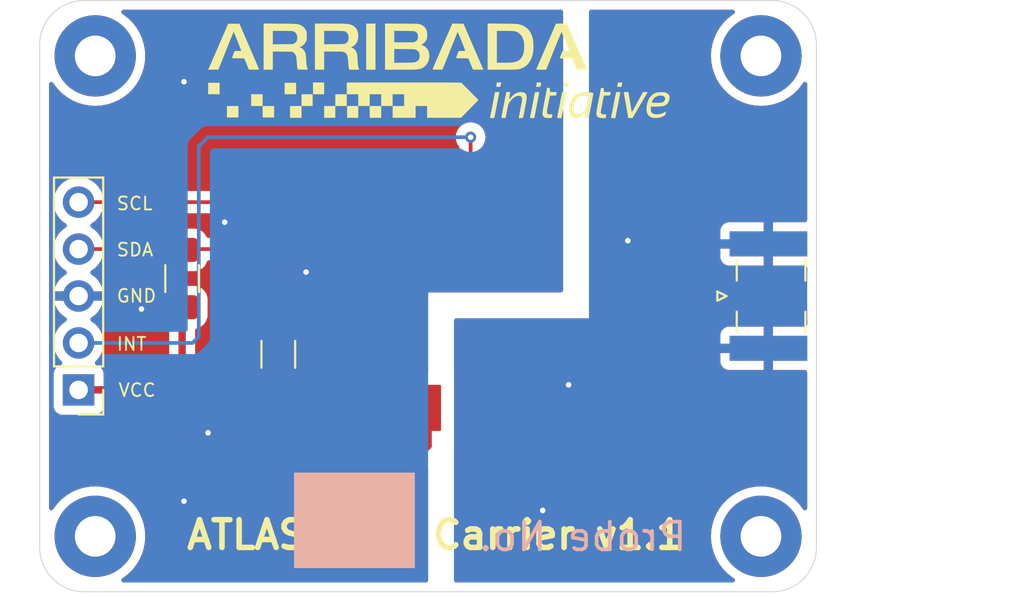
<source format=kicad_pcb>
(kicad_pcb (version 20240108) (generator "pcbnew") (generator_version "8.0")
  (title_block (comment 4 "AISLER Project ID: BTADKFQE"))
  (layers (0 "F.Cu" signal) (31 "B.Cu" signal) (34 "B.Paste" user) (35 "F.Paste" user) (36 "B.SilkS" user "B.Silkscreen") (37 "F.SilkS" user "F.Silkscreen") (38 "B.Mask" user) (39 "F.Mask" user) (44 "Edge.Cuts" user))
  (net 0 "")
  (net 1 "/INT")
  (net 2 "/SCL")
  (net 3 "/SDA")
  (net 4 "GND")
  (net 5 "+3V3")
  (net 6 "/PRB_GND")
  (net 7 "/PRB")
  (footprint "Connector_PinHeader_2.54mm:PinHeader_1x05_P2.54mm_Vertical" (layer "F.Cu") (at 191.9 90.875 180)
    (property "Reference" "J2" (hide yes))
    (property "Value" "Conn_01x05" (hide yes))
    (fp_line (start 1.33 1.27) (end 1.33 11.49) (stroke (width 0.12)) (layer "F.SilkS"))
    (fp_line (start -1.33 11.49) (end 1.33 11.49) (stroke (width 0.12)) (layer "F.SilkS"))
    (fp_line (start -1.33 1.27) (end 1.33 1.27) (stroke (width 0.12)) (layer "F.SilkS"))
    (fp_line (start -1.33 1.27) (end -1.33 11.49) (stroke (width 0.12)) (layer "F.SilkS"))
    (fp_line (start -1.33 0) (end -1.33 -1.33) (stroke (width 0.12)) (layer "F.SilkS"))
    (fp_line (start -1.33 -1.33) (end 0 -1.33) (stroke (width 0.12)) (layer "F.SilkS"))
    (pad "1" thru_hole rect (at 0 0 180) (size 1.7 1.7) (drill 1) (layers "*.Cu" "*.Mask") (net 5 "+3V3"))
    (pad "2" thru_hole oval (at 0 2.54 180) (size 1.7 1.7) (drill 1) (layers "*.Cu" "*.Mask") (net 1 "/INT"))
    (pad "3" thru_hole oval (at 0 5.08 180) (size 1.7 1.7) (drill 1) (layers "*.Cu" "*.Mask") (net 4 "GND"))
    (pad "4" thru_hole oval (at 0 7.62 180) (size 1.7 1.7) (drill 1) (layers "*.Cu" "*.Mask") (net 3 "/SDA"))
    (pad "5" thru_hole oval (at 0 10.16 180) (size 1.7 1.7) (drill 1) (layers "*.Cu" "*.Mask") (net 2 "/SCL"))
  )
  (footprint "Connector_Coaxial:SMA_Samtec_SMA-J-P-X-ST-EM1_EdgeMount" (layer "F.Cu") (at 229.2 85.8 90)
    (property "Reference" "J1" (hide yes))
    (property "Value" "Conn_Coaxial")
    (fp_line (start 0.25 -2.76) (end -0.25 -2.76) (stroke (width 0.12)) (layer "F.SilkS"))
    (fp_line (start -0.25 -2.76) (end 0 -2.26) (stroke (width 0.12)) (layer "F.SilkS"))
    (fp_line (start 0 -2.26) (end 0.25 -2.76) (stroke (width 0.12)) (layer "F.SilkS"))
    (fp_line (start 0.84 -1.71) (end 1.95 -1.71) (stroke (width 0.12)) (layer "F.SilkS"))
    (fp_line (start -1.95 -1.71) (end -0.84 -1.71) (stroke (width 0.12)) (layer "F.SilkS"))
    (fp_line (start 0.84 2) (end 1.95 2) (stroke (width 0.12)) (layer "F.SilkS"))
    (fp_line (start -1.95 2) (end -0.84 2) (stroke (width 0.12)) (layer "F.SilkS"))
    (pad "1" smd rect (at 0 0.2 90) (size 1.27 3.6) (layers "F.Cu" "F.Paste" "F.Mask") (net 7 "/PRB"))
    (pad "2" smd rect (at -2.825 0 90) (size 1.35 4.2) (layers "F.Cu" "F.Paste" "F.Mask") (net 6 "/PRB_GND"))
    (pad "2" smd rect (at -2.825 0 90) (size 1.35 4.2) (layers "B.Cu" "B.Paste" "B.Mask") (net 6 "/PRB_GND"))
    (pad "2" smd rect (at 2.825 0 90) (size 1.35 4.2) (layers "F.Cu" "F.Paste" "F.Mask") (net 6 "/PRB_GND"))
    (pad "2" smd rect (at 2.825 0 90) (size 1.35 4.2) (layers "B.Cu" "B.Paste" "B.Mask") (net 6 "/PRB_GND"))
  )
  (footprint "Resistor_SMD:R_1206_3216Metric_Pad1.30x1.75mm_HandSolder" (layer "F.Cu") (at 197.5 84.85 90)
    (property "Reference" "R1" (hide yes))
    (property "Value" "R")
    (fp_line (start -0.727064 -0.91) (end 0.727064 -0.91) (stroke (width 0.12)) (layer "F.SilkS"))
    (fp_line (start -0.727064 0.91) (end 0.727064 0.91) (stroke (width 0.12)) (layer "F.SilkS"))
    (pad "1" smd roundrect (at -1.55 0 90) (size 1.3 1.75) (layers "F.Cu" "F.Paste" "F.Mask") (roundrect_rratio 0.192308) (net 5 "+3V3"))
    (pad "2" smd roundrect (at 1.55 0 90) (size 1.3 1.75) (layers "F.Cu" "F.Paste" "F.Mask") (roundrect_rratio 0.192308) (net 3 "/SDA"))
  )
  (footprint "LOGO" (layer "F.Cu") (at 211.4 73.6)
    (property "Reference" "G***" (hide yes))
    (property "Value" "LOGO" (hide yes))
    (fp_poly (pts (xy -11.872863 0.964993) (xy -11.872863 1.275169) (xy -12.183039 1.275169) (xy -12.493215 1.275169) (xy -12.493215 0.964993) (xy -12.493215 0.654817) (xy -12.183039 0.654817) (xy -11.872863 0.654817)) (fill solid) (layer "F.SilkS"))
    (fp_poly (pts (xy -10.856173 2.222931) (xy -10.856173 2.533107) (xy -11.16635 2.533107) (xy -11.476526 2.533107) (xy -11.476526 2.222931) (xy -11.476526 1.912754) (xy -11.16635 1.912754) (xy -10.856173 1.912754)) (fill solid) (layer "F.SilkS"))
    (fp_poly (pts (xy -9.54654 1.593962) (xy -9.54654 1.912754) (xy -9.856716 1.912754) (xy -10.166893 1.912754) (xy -10.166893 1.593962) (xy -10.166893 1.275169) (xy -9.856716 1.275169) (xy -9.54654 1.275169)) (fill solid) (layer "F.SilkS"))
    (fp_poly (pts (xy -8.926187 2.222931) (xy -8.926187 2.533107) (xy -9.236363 2.533107) (xy -9.54654 2.533107) (xy -9.54654 2.222931) (xy -9.54654 1.912754) (xy -9.236363 1.912754) (xy -8.926187 1.912754)) (fill solid) (layer "F.SilkS"))
    (fp_poly (pts (xy -7.737178 0.964993) (xy -7.737178 1.275169) (xy -8.047354 1.275169) (xy -8.35753 1.275169) (xy -8.35753 0.964993) (xy -8.35753 0.654817) (xy -8.047354 0.654817) (xy -7.737178 0.654817)) (fill solid) (layer "F.SilkS"))
    (fp_poly (pts (xy -6.22076 0.956377) (xy -6.22076 1.275169) (xy -6.52232 1.275169) (xy -6.82388 1.275169) (xy -6.82388 0.956377) (xy -6.82388 0.637585) (xy -6.52232 0.637585) (xy -6.22076 0.637585)) (fill solid) (layer "F.SilkS"))
    (fp_poly (pts (xy -3.446404 -1.301018) (xy -3.446404 -0.051696) (xy -3.696268 -0.051696) (xy -3.946133 -0.051696) (xy -3.946133 -1.301018) (xy -3.946133 -2.550339) (xy -3.696268 -2.550339) (xy -3.446404 -2.550339)) (fill solid) (layer "F.SilkS"))
    (fp_poly (pts (xy 5.457731 0.638156) (xy 5.494418 0.644276) (xy 5.51018 0.662555) (xy 5.509311 0.699602) (xy 5.496105 0.762027) (xy 5.490989 0.784057) (xy 5.47104 0.870217) (xy 5.352465 0.875365) (xy 5.233891 0.880513) (xy 5.245287 0.823669) (xy 5.256207 0.7655) (xy 5.266793 0.703765) (xy 5.267043 0.702205) (xy 5.277404 0.637585) (xy 5.395825 0.637585)) (fill solid) (layer "F.SilkS"))
    (fp_poly (pts (xy -6.841112 1.593962) (xy -6.841112 1.912754) (xy -7.142673 1.912754) (xy -7.444233 1.912754) (xy -7.444233 2.231547) (xy -7.444233 2.550339) (xy -7.75441 2.550339) (xy -8.064586 2.550339) (xy -8.064586 2.231547) (xy -8.064586 1.912754) (xy -7.75441 1.912754) (xy -7.444233 1.912754) (xy -7.444233 1.593962) (xy -7.444233 1.275169) (xy -7.142673 1.275169) (xy -6.841112 1.275169)) (fill solid) (layer "F.SilkS"))
    (fp_poly (pts (xy 3.341032 0.719437) (xy 3.327664 0.793524) (xy 3.316179 0.840255) (xy 3.300883 0.865899) (xy 3.276084 0.876719) (xy 3.236087 0.878983) (xy 3.196212 0.878833) (xy 3.135614 0.877711) (xy 3.101862 0.872822) (xy 3.087373 0.861883) (xy 3.084532 0.845217) (xy 3.088065 0.809123) (xy 3.097049 0.755121) (xy 3.103192 0.724593) (xy 3.121852 0.637585) (xy 3.238823 0.637585) (xy 3.355795 0.637585)) (fill solid) (layer "F.SilkS"))
    (fp_poly (pts (xy 6.922327 0.638153) (xy 6.959089 0.644266) (xy 6.974891 0.662532) (xy 6.97404 0.699562) (xy 6.960841 0.761966) (xy 6.955711 0.784057) (xy 6.935762 0.870217) (xy 6.817432 0.87536) (xy 6.755373 0.877511) (xy 6.720785 0.875708) (xy 6.706719 0.867752) (xy 6.706227 0.851444) (xy 6.708558 0.840895) (xy 6.716786 0.79968) (xy 6.726334 0.742688) (xy 6.729825 0.719437) (xy 6.741634 0.637585) (xy 6.860301 0.637585)) (fill solid) (layer "F.SilkS"))
    (fp_poly (pts (xy 9.854461 0.639416) (xy 9.890501 0.64546) (xy 9.900815 0.656543) (xy 9.900274 0.659125) (xy 9.893263 0.686968) (xy 9.882526 0.736385) (xy 9.873745 0.779749) (xy 9.854273 0.878833) (xy 9.73371 0.878833) (xy 9.670631 0.87789) (xy 9.635332 0.873866) (xy 9.621153 0.86497) (xy 9.621434 0.849409) (xy 9.621637 0.848677) (xy 9.630586 0.811196) (xy 9.640731 0.761346) (xy 9.641316 0.758209) (xy 9.653473 0.696134) (xy 9.666954 0.660103) (xy 9.690382 0.643046) (xy 9.732381 0.637891) (xy 9.788409 0.637585)) (fill solid) (layer "F.SilkS"))
    (fp_poly (pts (xy 5.394804 1.160416) (xy 5.411303 1.166546) (xy 5.411313 1.166682) (xy 5.408243 1.18604) (xy 5.399289 1.2356) (xy 5.385134 1.31173) (xy 5.366466 1.410799) (xy 5.343968 1.529177) (xy 5.318328 1.663233) (xy 5.290231 1.809336) (xy 5.277765 1.873923) (xy 5.143759 2.567453) (xy 5.027443 2.567512) (xy 4.959201 2.565184) (xy 4.921848 2.557707) (xy 4.911933 2.546031) (xy 4.915318 2.524904) (xy 4.924639 2.473679) (xy 4.939186 2.396077) (xy 4.95825 2.295818) (xy 4.981124 2.176621) (xy 5.007099 2.042207) (xy 5.035465 1.896295) (xy 5.045705 1.843826) (xy 5.178669 1.163161) (xy 5.294762 1.158066) (xy 5.352989 1.15737)) (fill solid) (layer "F.SilkS"))
    (fp_poly (pts (xy 6.85996 1.160447) (xy 6.876308 1.166619) (xy 6.876312 1.166682) (xy 6.873315 1.186042) (xy 6.864452 1.235608) (xy 6.850403 1.311747) (xy 6.83185 1.410829) (xy 6.809475 1.529221) (xy 6.78396 1.663293) (xy 6.755985 1.809413) (xy 6.743574 1.873982) (xy 6.610099 2.567571) (xy 6.492974 2.567571) (xy 6.434536 2.565834) (xy 6.392647 2.561272) (xy 6.376125 2.55486) (xy 6.376114 2.554647) (xy 6.379362 2.53546) (xy 6.388524 2.486085) (xy 6.402904 2.410157) (xy 6.421806 2.311312) (xy 6.444533 2.193187) (xy 6.470389 2.059417) (xy 6.498678 1.913637) (xy 6.510584 1.852442) (xy 6.644788 1.163161) (xy 6.760183 1.158066) (xy 6.818265 1.157375)) (fill solid) (layer "F.SilkS"))
    (fp_poly (pts (xy 9.688489 1.158019) (xy 9.80005 1.163161) (xy 9.675743 1.800746) (xy 9.647227 1.94711) (xy 9.620382 2.085088) (xy 9.596024 2.210478) (xy 9.574966 2.319077) (xy 9.558024 2.406682) (xy 9.546013 2.469091) (xy 9.539748 2.5021) (xy 9.539592 2.502951) (xy 9.527747 2.567571) (xy 9.407575 2.567571) (xy 9.344893 2.566949) (xy 9.309741 2.563474) (xy 9.295189 2.554732) (xy 9.294307 2.538307) (xy 9.296285 2.528799) (xy 9.301466 2.503668) (xy 9.312435 2.448613) (xy 9.328426 2.367548) (xy 9.34867 2.264384) (xy 9.3724 2.143032) (xy 9.398849 2.007406) (xy 9.427251 1.861415) (xy 9.43356 1.82894) (xy 9.462103 1.682739) (xy 9.488819 1.547374) (xy 9.512959 1.426524) (xy 9.533775 1.323869) (xy 9.55052 1.243088) (xy 9.562445 1.187862) (xy 9.568803 1.16187) (xy 9.56944 1.160365) (xy 9.589201 1.157256) (xy 9.633492 1.156472)) (fill solid) (layer "F.SilkS"))
    (fp_poly (pts (xy 3.200815 1.155179) (xy 3.235605 1.158714) (xy 3.249846 1.167601) (xy 3.250492 1.184288) (xy 3.248589 1.193317) (xy 3.243364 1.218659) (xy 3.232397 1.273814) (xy 3.216476 1.354756) (xy 3.196389 1.457456) (xy 3.172923 1.577889) (xy 3.146866 1.712028) (xy 3.119004 1.855845) (xy 3.117996 1.861058) (xy 3.090071 2.005146) (xy 3.063895 2.139698) (xy 3.040261 2.260686) (xy 3.019957 2.364083) (xy 3.003777 2.445862) (xy 2.992509 2.501996) (xy 2.986945 2.528458) (xy 2.986863 2.528799) (xy 2.978742 2.549498) (xy 2.961594 2.561163) (xy 2.927166 2.566338) (xy 2.867207 2.567567) (xy 2.86108 2.567571) (xy 2.744757 2.567571) (xy 2.783647 2.365095) (xy 2.797341 2.29411) (xy 2.816355 2.19599) (xy 2.839387 2.077426) (xy 2.865138 1.945104) (xy 2.892308 1.805713) (xy 2.919594 1.665942) (xy 2.921032 1.658582) (xy 3.019527 1.154545) (xy 3.138518 1.154545)) (fill solid) (layer "F.SilkS"))
    (fp_poly (pts (xy 5.982998 1.038229) (xy 5.988128 1.145929) (xy 6.173372 1.15082) (xy 6.248598 1.153429) (xy 6.309132 1.156714) (xy 6.34794 1.160216) (xy 6.358616 1.162896) (xy 6.355304 1.18243) (xy 6.346828 1.224551) (xy 6.340087 1.256481) (xy 6.321557 1.342881) (xy 6.155012 1.347797) (xy 5.988466 1.352713) (xy 5.907391 1.757666) (xy 5.878563 1.903365) (xy 5.856629 2.019389) (xy 5.841191 2.109748) (xy 5.83185 2.178451) (xy 5.828209 2.229506) (xy 5.829867 2.266922) (xy 5.836428 2.29471) (xy 5.847492 2.316877) (xy 5.851249 2.322488) (xy 5.869912 2.342967) (xy 5.896072 2.354578) (xy 5.939008 2.359717) (xy 5.999678 2.360787) (xy 6.121281 2.360787) (xy 6.109322 2.440534) (xy 6.099826 2.499917) (xy 6.088145 2.537115) (xy 6.067016 2.557227) (xy 6.029178 2.565352) (xy 5.96737 2.566588) (xy 5.93028 2.56626) (xy 5.853533 2.563116) (xy 5.782563 2.555938) (xy 5.730062 2.54612) (xy 5.721031 2.543316) (xy 5.653175 2.501713) (xy 5.606588 2.435657) (xy 5.584189 2.349869) (xy 5.582609 2.319466) (xy 5.585701 2.282849) (xy 5.594756 2.216758) (xy 5.609044 2.125529) (xy 5.627836 2.013498) (xy 5.650403 1.884999) (xy 5.676015 1.744367) (xy 5.703945 1.595938) (xy 5.706798 1.581038) (xy 5.831555 0.930529) (xy 5.904711 0.930529) (xy 5.977867 0.930529)) (fill solid) (layer "F.SilkS"))
    (fp_poly (pts (xy 10.166882 1.155488) (xy 10.213177 1.157983) (xy 10.235097 1.161535) (xy 10.235821 1.162356) (xy 10.238487 1.182996) (xy 10.245944 1.232171) (xy 10.257383 1.304943) (xy 10.271995 1.396374) (xy 10.28897 1.501527) (xy 10.307498 1.615465) (xy 10.326771 1.733249) (xy 10.345978 1.849944) (xy 10.36431 1.96061) (xy 10.380958 2.060311) (xy 10.395112 2.144109) (xy 10.405963 2.207066) (xy 10.4127 2.244245) (xy 10.414511 2.252277) (xy 10.423572 2.238839) (xy 10.447197 2.198426) (xy 10.48353 2.134362) (xy 10.530712 2.049971) (xy 10.586884 1.948576) (xy 10.65019 1.833502) (xy 10.718769 1.708072) (xy 10.719655 1.706446) (xy 11.019878 1.155695) (xy 11.146246 1.15512) (xy 11.209093 1.156875) (xy 11.251605 1.162191) (xy 11.267019 1.170182) (xy 11.26687 1.170936) (xy 11.257222 1.188711) (xy 11.231844 1.233176) (xy 11.19249 1.30132) (xy 11.14091 1.390133) (xy 11.078856 1.496604) (xy 11.008081 1.61772) (xy 10.930336 1.750473) (xy 10.856174 1.876864) (xy 10.451221 2.5664) (xy 10.339099 2.566985) (xy 10.226976 2.567571) (xy 10.107805 1.891214) (xy 10.081454 1.741982) (xy 10.056742 1.602658) (xy 10.034355 1.477057) (xy 10.014978 1.368996) (xy 9.999295 1.282293) (xy 9.987993 1.220764) (xy 9.981756 1.188226) (xy 9.980978 1.184701) (xy 9.980726 1.169365) (xy 9.99395 1.16029) (xy 10.027154 1.15589) (xy 10.086838 1.154577) (xy 10.104571 1.154545)) (fill solid) (layer "F.SilkS"))
    (fp_poly (pts (xy 8.884619 0.942824) (xy 8.895431 0.971215) (xy 8.89801 0.983502) (xy 8.906048 1.042482) (xy 8.908955 1.096387) (xy 8.908955 1.154545) (xy 9.091848 1.154545) (xy 9.274741 1.154545) (xy 9.262491 1.236397) (xy 9.253722 1.287189) (xy 9.24541 1.322941) (xy 9.242285 1.331173) (xy 9.222685 1.336789) (xy 9.176663 1.341172) (xy 9.112254 1.34371) (xy 9.072804 1.344097) (xy 8.995833 1.344924) (xy 8.946688 1.348184) (xy 8.918755 1.355047) (xy 8.905419 1.366683) (xy 8.902276 1.374253) (xy 8.894708 1.405798) (xy 8.882392 1.464207) (xy 8.866416 1.543702) (xy 8.847869 1.638503) (xy 8.827839 1.742831) (xy 8.807413 1.850906) (xy 8.787681 1.956949) (xy 8.769729 2.05518) (xy 8.754647 2.139821) (xy 8.743522 2.205091) (xy 8.737443 2.245212) (xy 8.736635 2.254023) (xy 8.750297 2.305951) (xy 8.791946 2.340433) (xy 8.862581 2.358057) (xy 8.917571 2.360787) (xy 8.978045 2.361883) (xy 9.01358 2.3697) (xy 9.028998 2.391029) (xy 9.029123 2.432662) (xy 9.018777 2.501391) (xy 9.018519 2.502951) (xy 9.007838 2.567571) (xy 8.859313 2.56609) (xy 8.785483 2.563873) (xy 8.720189 2.559285) (xy 8.674719 2.553198) (xy 8.666701 2.551231) (xy 8.585052 2.514355) (xy 8.531062 2.459833) (xy 8.502304 2.384177) (xy 8.495841 2.305336) (xy 8.499199 2.27198) (xy 8.508566 2.209064) (xy 8.523199 2.120824) (xy 8.542353 2.011498) (xy 8.565285 1.885321) (xy 8.591251 1.74653) (xy 8.619508 1.599361) (xy 8.622236 1.585346) (xy 8.748177 0.939145) (xy 8.817621 0.93396) (xy 8.862499 0.932757)) (fill solid) (layer "F.SilkS"))
    (fp_poly (pts (xy -10.269225 -1.310804) (xy -10.185019 -1.116204) (xy -10.104907 -0.930708) (xy -10.02993 -0.756754) (xy -9.961132 -0.596777) (xy -9.899555 -0.453212) (xy -9.846242 -0.328495) (xy -9.802236 -0.225063) (xy -9.768579 -0.145351) (xy -9.746315 -0.091795) (xy -9.736485 -0.06683) (xy -9.736092 -0.065364) (xy -9.752362 -0.060765) (xy -9.797352 -0.05735) (xy -9.865331 -0.05532) (xy -9.950569 -0.054877) (xy -10.015061 -0.055577) (xy -10.294031 -0.060312) (xy -10.417247 -0.361873) (xy -10.540463 -0.663433) (xy -10.870639 -0.668113) (xy -10.973047 -0.670271) (xy -11.062527 -0.673505) (xy -11.133807 -0.677514) (xy -11.181617 -0.681996) (xy -11.200687 -0.686648) (xy -11.200814 -0.687046) (xy -11.195154 -0.708102) (xy -11.179814 -0.754232) (xy -11.157253 -0.818255) (xy -11.134548 -0.880534) (xy -11.068282 -1.05977) (xy -10.883446 -1.064673) (xy -10.809013 -1.067881) (xy -10.749979 -1.072787) (xy -10.71311 -1.078674) (xy -10.704156 -1.083716) (xy -10.794712 -1.314276) (xy -10.873245 -1.513494) (xy -10.940089 -1.6822) (xy -10.995578 -1.821224) (xy -11.040048 -1.931398) (xy -11.073832 -2.01355) (xy -11.097264 -2.068512) (xy -11.110679 -2.097114) (xy -11.114125 -2.101974) (xy -11.121914 -2.086341) (xy -11.1413 -2.041354) (xy -11.171187 -1.969701) (xy -11.210483 -1.874071) (xy -11.258094 -1.757153) (xy -11.312926 -1.621634) (xy -11.373884 -1.470204) (xy -11.439877 -1.30555) (xy -11.509809 -1.130363) (xy -11.529474 -1.080976) (xy -11.935678 -0.060312) (xy -12.21289 -0.055585) (xy -12.490102 -0.050858) (xy -12.342218 -0.391609) (xy -12.306684 -0.473528) (xy -12.259363 -0.58268) (xy -12.202158 -0.714675) (xy -12.136974 -0.865117) (xy -12.065713 -1.029614) (xy -11.990279 -1.203771) (xy -11.912575 -1.383196) (xy -11.834504 -1.563495) (xy -11.802661 -1.637042) (xy -11.410988 -2.541723) (xy -11.106674 -2.541723) (xy -10.802359 -2.541723)) (fill solid) (layer "F.SilkS"))
    (fp_poly (pts (xy 7.451145 -1.322558) (xy 7.535381 -1.127961) (xy 7.615714 -0.94232) (xy 7.691083 -0.768097) (xy 7.760426 -0.607748) (xy 7.822678 -0.463734) (xy 7.876778 -0.338514) (xy 7.921663 -0.234545) (xy 7.956271 -0.154288) (xy 7.979538 -0.100202) (xy 7.990402 -0.074745) (xy 7.99102 -0.073236) (xy 7.986652 -0.064917) (xy 7.963652 -0.058922) (xy 7.918281 -0.054961) (xy 7.846801 -0.052743) (xy 7.745475 -0.051978) (xy 7.717482 -0.051977) (xy 7.435618 -0.052257) (xy 7.3106 -0.357845) (xy 7.185583 -0.663433) (xy 6.849644 -0.658419) (xy 6.746366 -0.657541) (xy 6.656021 -0.65804) (xy 6.583817 -0.659782) (xy 6.534962 -0.662635) (xy 6.514665 -0.666464) (xy 6.514396 -0.667035) (xy 6.520513 -0.687631) (xy 6.536635 -0.733476) (xy 6.56028 -0.797697) (xy 6.587739 -0.870217) (xy 6.660391 -1.05977) (xy 6.843203 -1.064637) (xy 7.026015 -1.069504) (xy 6.828634 -1.572982) (xy 6.779682 -1.697251) (xy 6.734335 -1.811232) (xy 6.694211 -1.910944) (xy 6.660931 -1.992406) (xy 6.636111 -2.051638) (xy 6.621372 -2.084661) (xy 6.618334 -2.090053) (xy 6.609892 -2.076877) (xy 6.589877 -2.034285) (xy 6.55939 -1.964911) (xy 6.519529 -1.87139) (xy 6.471394 -1.756355) (xy 6.416086 -1.622442) (xy 6.354703 -1.472283) (xy 6.288346 -1.308513) (xy 6.218114 -1.133767) (xy 6.195685 -1.077672) (xy 5.785954 -0.051696) (xy 5.511228 -0.051696) (xy 5.418937 -0.052458) (xy 5.340684 -0.054562) (xy 5.282062 -0.05774) (xy 5.248663 -0.061721) (xy 5.243134 -0.06462) (xy 5.250846 -0.082119) (xy 5.271147 -0.128838) (xy 5.302988 -0.202344) (xy 5.345318 -0.300209) (xy 5.397087 -0.42) (xy 5.457246 -0.559286) (xy 5.524743 -0.715638) (xy 5.598529 -0.886623) (xy 5.677553 -1.069812) (xy 5.760767 -1.262773) (xy 5.782652 -1.313532) (xy 6.315536 -2.549519) (xy 6.617566 -2.549929) (xy 6.919595 -2.550339)) (fill solid) (layer "F.SilkS"))
    (fp_poly (pts (xy 8.003774 1.160699) (xy 8.122045 1.169604) (xy 8.218469 1.181079) (xy 8.289209 1.194512) (xy 8.330429 1.209293) (xy 8.336273 1.213703) (xy 8.335405 1.232366) (xy 8.328489 1.281159) (xy 8.31617 1.356405) (xy 8.299092 1.454426) (xy 8.2779 1.571545) (xy 8.253239 1.704085) (xy 8.225754 1.848368) (xy 8.217408 1.891567) (xy 8.088068 2.558955) (xy 7.97989 2.564128) (xy 7.871712 2.569302) (xy 7.881486 2.503816) (xy 7.888945 2.449019) (xy 7.897538 2.379101) (xy 7.902563 2.334939) (xy 7.913867 2.231547) (xy 7.842388 2.320633) (xy 7.74335 2.421901) (xy 7.631609 2.497514) (xy 7.512134 2.545555) (xy 7.389897 2.564103) (xy 7.269867 2.551238) (xy 7.255311 2.547339) (xy 7.166418 2.508655) (xy 7.100196 2.448892) (xy 7.055379 2.365854) (xy 7.030705 2.257343) (xy 7.024616 2.146398) (xy 7.029406 2.073609) (xy 7.264699 2.073609) (xy 7.269992 2.168621) (xy 7.288839 2.242131) (xy 7.294762 2.254387) (xy 7.344448 2.312937) (xy 7.413586 2.345591) (xy 7.498369 2.351887) (xy 7.594991 2.33136) (xy 7.669296 2.299944) (xy 7.720497 2.26641) (xy 7.781358 2.215548) (xy 7.843362 2.155794) (xy 7.897996 2.095582) (xy 7.936743 2.043346) (xy 7.946374 2.025495) (xy 7.954644 1.997534) (xy 7.967813 1.94197) (xy 7.984507 1.865088) (xy 8.003352 1.773173) (xy 8.019325 1.691633) (xy 8.076628 1.392967) (xy 8.031835 1.375793) (xy 7.980182 1.365379) (xy 7.905745 1.361767) (xy 7.819377 1.364262) (xy 7.731933 1.372164) (xy 7.654267 1.384776) (xy 7.597232 1.401399) (xy 7.591277 1.404122) (xy 7.501415 1.463914) (xy 7.420876 1.546251) (xy 7.361708 1.63837) (xy 7.321466 1.739478) (xy 7.291305 1.851048) (xy 7.272093 1.965088) (xy 7.264699 2.073609) (xy 7.029406 2.073609) (xy 7.036519 1.965524) (xy 7.070405 1.792893) (xy 7.124298 1.634206) (xy 7.196226 1.495164) (xy 7.284214 1.381467) (xy 7.292334 1.37319) (xy 7.396735 1.285861) (xy 7.513534 1.222022) (xy 7.646769 1.180467) (xy 7.800478 1.159991) (xy 7.978698 1.159387)) (fill solid) (layer "F.SilkS"))
    (fp_poly (pts (xy 1.012918 -2.546419) (xy 1.314269 -2.541723) (xy 1.653643 -1.757667) (xy 1.72952 -1.582377) (xy 1.808622 -1.399655) (xy 1.888396 -1.215396) (xy 1.966291 -1.035492) (xy 2.039755 -0.865838) (xy 2.106235 -0.712327) (xy 2.16318 -0.580853) (xy 2.192902 -0.512242) (xy 2.392787 -0.050874) (xy 2.107431 -0.055593) (xy 1.822075 -0.060312) (xy 1.699291 -0.361873) (xy 1.576507 -0.663433) (xy 1.244902 -0.668113) (xy 1.142334 -0.67018) (xy 1.052755 -0.67317) (xy 0.981403 -0.676809) (xy 0.933518 -0.680825) (xy 0.914341 -0.684944) (xy 0.914204 -0.685345) (xy 0.920098 -0.705722) (xy 0.935388 -0.751378) (xy 0.957648 -0.815217) (xy 0.980365 -0.878833) (xy 1.045619 -1.05977) (xy 1.230936 -1.064677) (xy 1.312731 -1.067343) (xy 1.365574 -1.070872) (xy 1.394975 -1.076356) (xy 1.406448 -1.084886) (xy 1.405502 -1.097555) (xy 1.404917 -1.099141) (xy 1.321019 -1.316518) (xy 1.245669 -1.508923) (xy 1.179287 -1.67535) (xy 1.122295 -1.814794) (xy 1.075115 -1.926246) (xy 1.038166 -2.008702) (xy 1.011869 -2.061153) (xy 0.996647 -2.082595) (xy 0.993705 -2.08219) (xy 0.984679 -2.062158) (xy 0.964026 -2.012917) (xy 0.932885 -1.937271) (xy 0.892392 -1.838025) (xy 0.843685 -1.717983) (xy 0.787901 -1.579949) (xy 0.726178 -1.426728) (xy 0.659654 -1.261124) (xy 0.589465 -1.085941) (xy 0.578604 -1.058793) (xy 0.17922 -0.060312) (xy -0.093453 -0.055556) (xy -0.195892 -0.054011) (xy -0.268655 -0.053834) (xy -0.316521 -0.055493) (xy -0.344266 -0.059457) (xy -0.356668 -0.066193) (xy -0.358505 -0.076169) (xy -0.357284 -0.081404) (xy -0.349475 -0.100741) (xy -0.329246 -0.148675) (xy -0.297902 -0.22219) (xy -0.256746 -0.318271) (xy -0.207081 -0.433901) (xy -0.150213 -0.566062) (xy -0.087443 -0.71174) (xy -0.020077 -0.867918) (xy 0.050583 -1.031579) (xy 0.123232 -1.199708) (xy 0.196567 -1.369287) (xy 0.269284 -1.537301) (xy 0.340079 -1.700733) (xy 0.407649 -1.856567) (xy 0.470689 -2.001786) (xy 0.527897 -2.133375) (xy 0.577968 -2.248316) (xy 0.619599 -2.343594) (xy 0.651486 -2.416193) (xy 0.667195 -2.451643) (xy 0.711567 -2.551113)) (fill solid) (layer "F.SilkS"))
    (fp_poly (pts (xy 3.407633 -2.545707) (xy 3.601214 -2.54379) (xy 3.763625 -2.541737) (xy 3.898163 -2.539419) (xy 4.008122 -2.536707) (xy 4.096796 -2.533473) (xy 4.167482 -2.529587) (xy 4.223473 -2.524919) (xy 4.268065 -2.519342) (xy 4.304552 -2.512725) (xy 4.316127 -2.510113) (xy 4.498057 -2.451814) (xy 4.656026 -2.368804) (xy 4.790263 -2.260859) (xy 4.900996 -2.127757) (xy 4.988455 -1.969272) (xy 5.051405 -1.790576) (xy 5.073419 -1.682587) (xy 5.088699 -1.550607) (xy 5.097052 -1.404483) (xy 5.098283 -1.254062) (xy 5.092198 -1.10919) (xy 5.078602 -0.979714) (xy 5.068536 -0.921913) (xy 5.014957 -0.729509) (xy 4.938425 -0.557438) (xy 4.840595 -0.408092) (xy 4.72312 -0.283859) (xy 4.587654 -0.187131) (xy 4.544081 -0.163995) (xy 4.492522 -0.139343) (xy 4.444145 -0.118604) (xy 4.395492 -0.101438) (xy 4.343108 -0.087508) (xy 4.283537 -0.076476) (xy 4.213321 -0.068003) (xy 4.129005 -0.061752) (xy 4.027132 -0.057384) (xy 3.904246 -0.054562) (xy 3.756891 -0.052947) (xy 3.58161 -0.052202) (xy 3.399017 -0.051996) (xy 2.619268 -0.051696) (xy 2.619268 -1.30225) (xy 2.619268 -2.154003) (xy 3.118996 -2.154003) (xy 3.118996 -1.292402) (xy 3.118996 -0.430801) (xy 3.488238 -0.430801) (xy 3.607796 -0.431687) (xy 3.724988 -0.434159) (xy 3.832092 -0.437934) (xy 3.921383 -0.442731) (xy 3.985139 -0.448269) (xy 3.992274 -0.44918) (xy 4.146493 -0.4828) (xy 4.275751 -0.539179) (xy 4.382068 -0.620059) (xy 4.467464 -0.727183) (xy 4.533958 -0.862292) (xy 4.560223 -0.939145) (xy 4.575145 -1.01122) (xy 4.585636 -1.10787) (xy 4.59158 -1.21948) (xy 4.592861 -1.336432) (xy 4.589363 -1.449111) (xy 4.580969 -1.547898) (xy 4.568435 -1.61981) (xy 4.520589 -1.757719) (xy 4.452117 -1.880895) (xy 4.367205 -1.983439) (xy 4.270036 -2.059452) (xy 4.247694 -2.071893) (xy 4.198453 -2.095611) (xy 4.149596 -2.114317) (xy 4.096271 -2.12859) (xy 4.033624 -2.13901) (xy 3.956805 -2.146158) (xy 3.86096 -2.150614) (xy 3.741237 -2.152958) (xy 3.592783 -2.15377) (xy 3.562721 -2.153798) (xy 3.118996 -2.154003) (xy 2.619268 -2.154003) (xy 2.619268 -2.552802)) (fill solid) (layer "F.SilkS"))
    (fp_poly (pts (xy 3.793747 1.155321) (xy 3.8253 1.15952) (xy 3.836865 1.169952) (xy 3.835677 1.189425) (xy 3.834842 1.193317) (xy 3.827293 1.235397) (xy 3.817986 1.298097) (xy 3.808315 1.370495) (xy 3.799673 1.441668) (xy 3.793452 1.500694) (xy 3.791045 1.536651) (xy 3.791045 1.536792) (xy 3.79735 1.546915) (xy 3.817405 1.531023) (xy 3.852916 1.487581) (xy 3.867584 1.467935) (xy 3.949584 1.373366) (xy 4.046498 1.288249) (xy 4.147326 1.221625) (xy 4.195998 1.197977) (xy 4.24984 1.181551) (xy 4.321502 1.167458) (xy 4.386613 1.159603) (xy 4.499433 1.161381) (xy 4.592045 1.18502) (xy 4.661237 1.229317) (xy 4.695948 1.275598) (xy 4.713015 1.313471) (xy 4.724838 1.353954) (xy 4.731137 1.401029) (xy 4.731631 1.458679) (xy 4.726043 1.530886) (xy 4.714091 1.621631) (xy 4.695495 1.734897) (xy 4.669977 1.874666) (xy 4.644528 2.00753) (xy 4.619606 2.135473) (xy 4.59645 2.253352) (xy 4.575963 2.356658) (xy 4.559044 2.440879) (xy 4.546595 2.501504) (xy 4.539518 2.534024) (xy 4.538641 2.537415) (xy 4.527802 2.553938) (xy 4.50248 2.563209) (xy 4.455 2.567076) (xy 4.413349 2.567571) (xy 4.296998 2.567571) (xy 4.398059 2.04652) (xy 4.426605 1.898536) (xy 4.448888 1.78041) (xy 4.465437 1.688212) (xy 4.47678 1.618009) (xy 4.483444 1.565873) (xy 4.485959 1.527872) (xy 4.484851 1.500075) (xy 4.48065 1.478553) (xy 4.476154 1.465127) (xy 4.442334 1.40945) (xy 4.389164 1.376048) (xy 4.31179 1.362279) (xy 4.285893 1.361583) (xy 4.187227 1.377838) (xy 4.084665 1.425807) (xy 3.981084 1.503412) (xy 3.879363 1.608576) (xy 3.800869 1.71172) (xy 3.779987 1.74366) (xy 3.762701 1.775648) (xy 3.747496 1.812927) (xy 3.732858 1.860741) (xy 3.717272 1.924335) (xy 3.699221 2.008952) (xy 3.677192 2.119836) (xy 3.665403 2.180603) (xy 3.592288 2.558955) (xy 3.476266 2.56405) (xy 3.418047 2.564745) (xy 3.376232 2.561696) (xy 3.359733 2.555562) (xy 3.359723 2.555434) (xy 3.362771 2.536074) (xy 3.371691 2.486511) (xy 3.385798 2.410374) (xy 3.404411 2.311296) (xy 3.426844 2.192908) (xy 3.452414 2.05884) (xy 3.480439 1.912724) (xy 3.492873 1.848134) (xy 3.626543 1.154545) (xy 3.734971 1.154545)) (fill solid) (layer "F.SilkS"))
    (fp_poly (pts (xy 12.092945 1.164228) (xy 12.15794 1.166845) (xy 12.20569 1.172973) (xy 12.244797 1.183858) (xy 12.283864 1.200742) (xy 12.295023 1.206241) (xy 12.356209 1.244935) (xy 12.407298 1.291373) (xy 12.421616 1.309633) (xy 12.451461 1.382551) (xy 12.459031 1.471383) (xy 12.446463 1.567719) (xy 12.415894 1.663146) (xy 12.369464 1.749254) (xy 12.30931 1.817631) (xy 12.288391 1.833788) (xy 12.236492 1.866838) (xy 12.184805 1.892065) (xy 12.127319 1.910697) (xy 12.058023 1.923964) (xy 11.970908 1.933094) (xy 11.859962 1.939317) (xy 11.754828 1.942893) (xy 11.438625 1.951885) (xy 11.44472 2.086092) (xy 11.449575 2.158386) (xy 11.457994 2.206353) (xy 11.47273 2.24012) (xy 11.493827 2.266916) (xy 11.552406 2.315603) (xy 11.624404 2.345494) (xy 11.717314 2.3591) (xy 11.773226 2.360582) (xy 11.929749 2.347702) (xy 12.07158 2.307967) (xy 12.176179 2.257902) (xy 12.227886 2.229983) (xy 12.255746 2.219108) (xy 12.26503 2.223887) (xy 12.26356 2.234877) (xy 12.254993 2.272447) (xy 12.245273 2.32362) (xy 12.244017 2.330941) (xy 12.222518 2.385446) (xy 12.175689 2.433568) (xy 12.100408 2.477717) (xy 12.002832 2.517074) (xy 11.914805 2.539731) (xy 11.808843 2.554716) (xy 11.698889 2.561014) (xy 11.598887 2.557612) (xy 11.547984 2.550182) (xy 11.43203 2.510454) (xy 11.33948 2.445931) (xy 11.270896 2.357628) (xy 11.22684 2.246559) (xy 11.207877 2.113737) (xy 11.214567 1.960176) (xy 11.215665 1.951353) (xy 11.252468 1.756221) (xy 11.265168 1.718894) (xy 11.493927 1.718894) (xy 11.502596 1.727601) (xy 11.531258 1.733765) (xy 11.583659 1.737688) (xy 11.663546 1.739671) (xy 11.756547 1.740055) (xy 11.863141 1.739258) (xy 11.941937 1.736779) (xy 11.999587 1.731961) (xy 12.042744 1.724148) (xy 12.078058 1.71268) (xy 12.091429 1.706946) (xy 12.161728 1.658248) (xy 12.204182 1.589629) (xy 12.217504 1.508657) (xy 12.204353 1.445359) (xy 12.163423 1.398283) (xy 12.0925 1.365103) (xy 12.076248 1.360393) (xy 11.966408 1.346828) (xy 11.851248 1.360185) (xy 11.741596 1.397783) (xy 11.64828 1.456942) (xy 11.633813 1.469903) (xy 11.596766 1.51326) (xy 11.558219 1.571105) (xy 11.524237 1.632639) (xy 11.500887 1.687066) (xy 11.493927 1.718894) (xy 11.265168 1.718894) (xy 11.309439 1.588778) (xy 11.386885 1.448549) (xy 11.485109 1.33506) (xy 11.604416 1.247835) (xy 11.695678 1.204097) (xy 11.746208 1.186249) (xy 11.796489 1.174537) (xy 11.855955 1.167722) (xy 11.934041 1.164565) (xy 12.002103 1.163878)) (fill solid) (layer "F.SilkS"))
    (fp_poly (pts (xy -8.603087 -2.545861) (xy -8.399238 -2.544283) (xy -8.226611 -2.542697) (xy -8.081967 -2.540854) (xy -7.962065 -2.538505) (xy -7.863663 -2.535401) (xy -7.783521 -2.531291) (xy -7.7184 -2.525926) (xy -7.665057 -2.519057) (xy -7.620254 -2.510435) (xy -7.580748 -2.499809) (xy -7.5433 -2.486929) (xy -7.504669 -2.471548) (xy -7.474754 -2.458974) (xy -7.400732 -2.415252) (xy -7.324391 -2.349735) (xy -7.255982 -2.272717) (xy -7.205754 -2.194495) (xy -7.20053 -2.183535) (xy -7.183031 -2.140896) (xy -7.171355 -2.099245) (xy -7.164368 -2.050055) (xy -7.160934 -1.984794) (xy -7.159919 -1.894936) (xy -7.159905 -1.878291) (xy -7.160728 -1.782842) (xy -7.163886 -1.713615) (xy -7.170414 -1.662392) (xy -7.181345 -1.620955) (xy -7.197141 -1.582319) (xy -7.25536 -1.486213) (xy -7.334083 -1.397723) (xy -7.422993 -1.327546) (xy -7.465831 -1.30371) (xy -7.55287 -1.262342) (xy -7.488458 -1.241084) (xy -7.394971 -1.192609) (xy -7.316494 -1.115925) (xy -7.256419 -1.015268) (xy -7.22066 -0.906657) (xy -7.213739 -0.862678) (xy -7.206034 -0.79212) (xy -7.198256 -0.702833) (xy -7.191115 -0.602669) (xy -7.187345 -0.538997) (xy -7.179798 -0.41772) (xy -7.171202 -0.323294) (xy -7.160246 -0.248108) (xy -7.145619 -0.18455) (xy -7.126009 -0.125009) (xy -7.108514 -0.081405) (xy -7.105706 -0.069957) (xy -7.111683 -0.061929) (xy -7.131142 -0.056856) (xy -7.168782 -0.05427) (xy -7.2293 -0.053707) (xy -7.317395 -0.054699) (xy -7.368925 -0.055557) (xy -7.642289 -0.060312) (xy -7.66383 -0.126123) (xy -7.672286 -0.166175) (xy -7.681286 -0.232854) (xy -7.689984 -0.318355) (xy -7.697532 -0.414868) (xy -7.700604 -0.464727) (xy -7.710868 -0.604968) (xy -7.72531 -0.715803) (xy -7.745639 -0.802203) (xy -7.77356 -0.869137) (xy -7.810783 -0.921576) (xy -7.859015 -0.964488) (xy -7.876512 -0.976662) (xy -7.949976 -1.025306) (xy -8.472545 -1.030545) (xy -8.995115 -1.035785) (xy -8.995115 -0.543741) (xy -8.995115 -0.051696) (xy -9.244979 -0.051696) (xy -9.494844 -0.051696) (xy -9.494844 -1.302132) (xy -9.494844 -2.154003) (xy -8.995115 -2.154003) (xy -8.995115 -1.791235) (xy -8.995115 -1.428467) (xy -8.447998 -1.433671) (xy -7.900882 -1.438874) (xy -7.821272 -1.485674) (xy -7.751697 -1.540364) (xy -7.705399 -1.611652) (xy -7.67892 -1.705635) (xy -7.673602 -1.745918) (xy -7.67617 -1.856494) (xy -7.705098 -1.956549) (xy -7.757181 -2.040612) (xy -7.829217 -2.103211) (xy -7.90127 -2.134783) (xy -7.941413 -2.14078) (xy -8.013461 -2.145754) (xy -8.114868 -2.149623) (xy -8.243088 -2.152302) (xy -8.395575 -2.153707) (xy -8.482462 -2.153907) (xy -8.995115 -2.154003) (xy -9.494844 -2.154003) (xy -9.494844 -2.552567)) (fill solid) (layer "F.SilkS"))
    (fp_poly (pts (xy -5.906275 -2.549998) (xy -5.681642 -2.549591) (xy -5.488462 -2.548345) (xy -5.323726 -2.545924) (xy -5.184426 -2.541987) (xy -5.067554 -2.536197) (xy -4.970101 -2.528214) (xy -4.889061 -2.517702) (xy -4.821424 -2.50432) (xy -4.764182 -2.487731) (xy -4.714328 -2.467596) (xy -4.668854 -2.443577) (xy -4.62475 -2.415335) (xy -4.608481 -2.403963) (xy -4.51235 -2.317311) (xy -4.442037 -2.211522) (xy -4.396713 -2.084685) (xy -4.375546 -1.934888) (xy -4.373665 -1.863112) (xy -4.388141 -1.707448) (xy -4.430586 -1.571846) (xy -4.501165 -1.456009) (xy -4.600037 -1.359642) (xy -4.676468 -1.309055) (xy -4.761307 -1.260602) (xy -4.694052 -1.232508) (xy -4.598417 -1.175263) (xy -4.522979 -1.091381) (xy -4.466896 -0.97978) (xy -4.446223 -0.914642) (xy -4.438356 -0.871415) (xy -4.429968 -0.801598) (xy -4.421821 -0.713041) (xy -4.414674 -0.613594) (xy -4.411226 -0.552867) (xy -4.402981 -0.419927) (xy -4.392607 -0.314246) (xy -4.378928 -0.228628) (xy -4.360765 -0.15588) (xy -4.336939 -0.08881) (xy -4.334081 -0.081852) (xy -4.331627 -0.070456) (xy -4.338404 -0.062349) (xy -4.359134 -0.056976) (xy -4.398536 -0.053783) (xy -4.461333 -0.052216) (xy -4.552245 -0.051719) (xy -4.590916 -0.051696) (xy -4.860283 -0.051696) (xy -4.879045 -0.099084) (xy -4.887351 -0.134012) (xy -4.896437 -0.19504) (xy -4.905253 -0.273853) (xy -4.912748 -0.362136) (xy -4.913338 -0.370489) (xy -4.925562 -0.525534) (xy -4.939436 -0.650309) (xy -4.956445 -0.749005) (xy -4.978075 -0.825816) (xy -5.005811 -0.884933) (xy -5.041141 -0.93055) (xy -5.085549 -0.966859) (xy -5.134716 -0.99515) (xy -5.15797 -1.006313) (xy -5.181358 -1.015099) (xy -5.209139 -1.021793) (xy -5.245574 -1.026678) (xy -5.294923 -1.030039) (xy -5.361446 -1.032159) (xy -5.449404 -1.033324) (xy -5.563057 -1.033817) (xy -5.706665 -1.033921) (xy -5.716066 -1.033922) (xy -6.22076 -1.033922) (xy -6.22076 -0.542809) (xy -6.22076 -0.051696) (xy -6.470624 -0.051696) (xy -6.720488 -0.051696) (xy -6.720488 -1.301018) (xy -6.720488 -2.154003) (xy -6.22076 -2.154003) (xy -6.22076 -1.791235) (xy -6.22076 -1.428467) (xy -5.673643 -1.433671) (xy -5.521468 -1.435206) (xy -5.399741 -1.43679) (xy -5.304449 -1.438704) (xy -5.231575 -1.441231) (xy -5.177107 -1.444652) (xy -5.137028 -1.44925) (xy -5.107325 -1.455305) (xy -5.083982 -1.463101) (xy -5.062985 -1.472919) (xy -5.055027 -1.47711) (xy -4.978772 -1.535223) (xy -4.927712 -1.615302) (xy -4.900836 -1.719048) (xy -4.898481 -1.740453) (xy -4.901025 -1.859403) (xy -4.93013 -1.962446) (xy -4.983793 -2.046159) (xy -5.060012 -2.107119) (xy -5.129615 -2.135528) (xy -5.166841 -2.140896) (xy -5.234975 -2.145491) (xy -5.33047 -2.149199) (xy -5.449777 -2.151908) (xy -5.589346 -2.153505) (xy -5.708107 -2.153907) (xy -6.22076 -2.154003) (xy -6.720488 -2.154003) (xy -6.720488 -2.550339)) (fill solid) (layer "F.SilkS"))
    (fp_poly (pts (xy -0.302879 0.639002) (xy -0.069562 0.639183) (xy 0.138279 0.639481) (xy 0.322141 0.639911) (xy 0.483523 0.640487) (xy 0.623921 0.641224) (xy 0.744835 0.642138) (xy 0.847762 0.643242) (xy 0.9342 0.644551) (xy 1.005647 0.64608) (xy 1.0636 0.647844) (xy 1.109558 0.649857) (xy 1.145019 0.652134) (xy 1.171481 0.65469) (xy 1.190441 0.657538) (xy 1.203397 0.660695) (xy 1.211848 0.664174) (xy 1.217291 0.667991) (xy 1.219263 0.669935) (xy 1.238081 0.689308) (xy 1.278246 0.730123) (xy 1.3368 0.789389) (xy 1.410781 0.864116) (xy 1.49723 0.951315) (xy 1.593188 1.047995) (xy 1.68836 1.143789) (xy 2.127398 1.585488) (xy 1.946907 1.770661) (xy 1.879785 1.83938) (xy 1.795105 1.925854) (xy 1.699518 2.023303) (xy 1.599672 2.124952) (xy 1.502218 2.224021) (xy 1.473897 2.252779) (xy 1.181378 2.549723) (xy 0.263281 2.549723) (xy -0.654817 2.549723) (xy -0.654817 2.231239) (xy -0.654817 1.912754) (xy -0.964993 1.912754) (xy -1.275169 1.912754) (xy -1.275169 2.231547) (xy -1.275169 2.550339) (xy -1.895522 2.550339) (xy -2.515875 2.550339) (xy -2.515875 2.231547) (xy -2.515875 1.912754) (xy -2.826051 1.912754) (xy -3.136228 1.912754) (xy -3.136228 2.231547) (xy -3.136228 2.550339) (xy -3.446404 2.550339) (xy -3.75658 2.550339) (xy -3.75658 2.231547) (xy -3.75658 1.912754) (xy -4.066757 1.912754) (xy -4.376933 1.912754) (xy -4.376933 2.231547) (xy -4.376933 2.550339) (xy -4.678494 2.550339) (xy -4.980054 2.550339) (xy -4.980054 2.231547) (xy -4.980054 1.912754) (xy -4.678494 1.912754) (xy -4.376933 1.912754) (xy -4.376933 1.593962) (xy -4.376933 1.275169) (xy -3.75658 1.275169) (xy -3.75658 1.593962) (xy -3.75658 1.912754) (xy -3.446404 1.912754) (xy -3.136228 1.912754) (xy -3.136228 1.593962) (xy -3.136228 1.275169) (xy -2.515875 1.275169) (xy -2.515875 1.593962) (xy -2.515875 1.912754) (xy -2.205699 1.912754) (xy -1.895522 1.912754) (xy -1.895522 1.593962) (xy -1.895522 1.275169) (xy -2.205699 1.275169) (xy -2.515875 1.275169) (xy -3.136228 1.275169) (xy -3.446404 1.275169) (xy -3.75658 1.275169) (xy -4.376933 1.275169) (xy -4.68711 1.275169) (xy -4.997286 1.275169) (xy -4.997286 1.593962) (xy -4.997286 1.912754) (xy -5.307462 1.912754) (xy -5.617639 1.912754) (xy -5.617639 2.231547) (xy -5.617639 2.550339) (xy -5.919199 2.550339) (xy -6.22076 2.550339) (xy -6.22076 2.231547) (xy -6.22076 1.912754) (xy -5.919199 1.912754) (xy -5.617639 1.912754) (xy -5.617639 1.593962) (xy -5.617639 1.275169) (xy -5.307462 1.275169) (xy -4.997286 1.275169) (xy -4.997286 0.958038) (xy -4.997286 0.640907) (xy -1.904041 0.639343) (xy -1.520872 0.639158) (xy -1.170669 0.639017) (xy -0.851935 0.638934) (xy -0.563171 0.638924)) (fill solid) (layer "F.SilkS"))
    (fp_poly (pts (xy -2.020454 -2.54631) (xy -1.820381 -2.544973) (xy -1.651693 -2.543719) (xy -1.511314 -2.542406) (xy -1.396167 -2.540891) (xy -1.303173 -2.539034) (xy -1.229256 -2.536693) (xy -1.171339 -2.533725) (xy -1.126344 -2.52999) (xy -1.091194 -2.525345) (xy -1.062811 -2.519649) (xy -1.038119 -2.512759) (xy -1.01404 -2.504535) (xy -0.99968 -2.499295) (xy -0.887885 -2.442663) (xy -0.791286 -2.363196) (xy -0.716756 -2.267567) (xy -0.679006 -2.187915) (xy -0.660697 -2.111657) (xy -0.649543 -2.016137) (xy -0.645758 -1.913063) (xy -0.649557 -1.814142) (xy -0.661153 -1.731081) (xy -0.670066 -1.698804) (xy -0.705701 -1.63089) (xy -0.762441 -1.558387) (xy -0.830578 -1.492142) (xy -0.897725 -1.444486) (xy -0.963424 -1.407562) (xy -0.876055 -1.367083) (xy -0.75103 -1.292644) (xy -0.653974 -1.198072) (xy -0.584779 -1.083219) (xy -0.543339 -0.947937) (xy -0.536094 -0.901694) (xy -0.53133 -0.74326) (xy -0.555827 -0.592125) (xy -0.607484 -0.45263) (xy -0.684195 -0.329117) (xy -0.78386 -0.225929) (xy -0.900473 -0.149365) (xy -0.943199 -0.128633) (xy -0.984938 -0.11107) (xy -1.02887 -0.096414) (xy -1.078175 -0.084402) (xy -1.136035 -0.074771) (xy -1.205628 -0.06726) (xy -1.290137 -0.061607) (xy -1.392741 -0.057547) (xy -1.516621 -0.054821) (xy -1.664957 -0.053164) (xy -1.84093 -0.052314) (xy -2.047719 -0.05201) (xy -2.080766 -0.051996) (xy -2.929443 -0.051696) (xy -2.929443 -1.174312) (xy -2.429715 -1.174312) (xy -2.429715 -0.800773) (xy -2.429715 -0.427233) (xy -1.882598 -0.433654) (xy -1.730958 -0.435481) (xy -1.609627 -0.437235) (xy -1.514452 -0.439248) (xy -1.44128 -0.441851) (xy -1.385958 -0.445373) (xy -1.344333 -0.450146) (xy -1.312252 -0.456501) (xy -1.285563 -0.464768) (xy -1.260112 -0.475278) (xy -1.239179 -0.484907) (xy -1.160803 -0.529847) (xy -1.107618 -0.583293) (xy -1.075801 -0.652014) (xy -1.061528 -0.742779) (xy -1.059769 -0.802548) (xy -1.061202 -0.876541) (xy -1.067198 -0.927623) (xy -1.080298 -0.967288) (xy -1.103048 -1.007028) (xy -1.10602 -1.011552) (xy -1.168341 -1.079086) (xy -1.23526 -1.122302) (xy -1.25908 -1.133568) (xy -1.282519 -1.142594) (xy -1.309622 -1.149673) (xy -1.344432 -1.155099) (xy -1.390992 -1.159167) (xy -1.453346 -1.16217) (xy -1.535538 -1.164402) (xy -1.641611 -1.166157) (xy -1.775607 -1.16773) (xy -1.873982 -1.168737) (xy -2.429715 -1.174312) (xy -2.929443 -1.174312) (xy -2.929443 -1.301992) (xy -2.929443 -2.155395) (xy -2.429715 -2.155395) (xy -2.429715 -1.844522) (xy -2.429715 -1.53365) (xy -1.899173 -1.53365) (xy -1.749696 -1.533731) (xy -1.630558 -1.534148) (xy -1.537637 -1.535165) (xy -1.466809 -1.537045) (xy -1.413949 -1.540052) (xy -1.374935 -1.544449) (xy -1.345642 -1.550499) (xy -1.321947 -1.558467) (xy -1.299725 -1.568614) (xy -1.292139 -1.572422) (xy -1.221573 -1.620386) (xy -1.175955 -1.682886) (xy -1.15219 -1.765677) (xy -1.14686 -1.842585) (xy -1.155564 -1.944356) (xy -1.185298 -2.022052) (xy -1.23865 -2.080713) (xy -1.283785 -2.109242) (xy -1.304821 -2.119397) (xy -1.327658 -2.127514) (xy -1.356337 -2.133866) (xy -1.394898 -2.138728) (xy -1.447383 -2.142373) (xy -1.517832 -2.145076) (xy -1.610286 -2.147109) (xy -1.728786 -2.148746) (xy -1.877373 -2.150262) (xy -1.891214 -2.150391) (xy -2.429715 -2.155395) (xy -2.929443 -2.155395) (xy -2.929443 -2.552286)) (fill solid) (layer "F.SilkS"))
  )
  (footprint "MountingHole:MountingHole_2.2mm_M2_Pad" (layer "F.Cu") (at 228.8 72.8)
    (property "Reference" "H1" (hide yes))
    (property "Value" "MountingHole")
    (pad "1" thru_hole circle (at 0 0) (size 4.4 4.4) (drill 2.2) (layers "*.Cu" "*.Mask"))
  )
  (footprint "Resistor_SMD:R_1206_3216Metric_Pad1.30x1.75mm_HandSolder" (layer "F.Cu") (at 202.7 88.95 90)
    (property "Reference" "R2" (hide yes))
    (property "Value" "R")
    (fp_line (start -0.727064 -0.91) (end 0.727064 -0.91) (stroke (width 0.12)) (layer "F.SilkS"))
    (fp_line (start -0.727064 0.91) (end 0.727064 0.91) (stroke (width 0.12)) (layer "F.SilkS"))
    (pad "1" smd roundrect (at -1.55 0 90) (size 1.3 1.75) (layers "F.Cu" "F.Paste" "F.Mask") (roundrect_rratio 0.192308) (net 5 "+3V3"))
    (pad "2" smd roundrect (at 1.55 0 90) (size 1.3 1.75) (layers "F.Cu" "F.Paste" "F.Mask") (roundrect_rratio 0.192308) (net 2 "/SCL"))
  )
  (footprint "MountingHole:MountingHole_2.2mm_M2_Pad" (layer "F.Cu") (at 228.8 98.8)
    (property "Reference" "H2" (hide yes))
    (property "Value" "MountingHole")
    (pad "1" thru_hole circle (at 0 0) (size 4.4 4.4) (drill 2.2) (layers "*.Cu" "*.Mask"))
  )
  (footprint "OEM:OEM_PH" (layer "F.Cu") (at 216.3 93.75 90)
    (property "Reference" "U1" (hide yes))
    (property "Value" "~" (hide yes))
    (pad "1" smd roundrect (at 1.9 -10.1 90) (size 2.5 1.4) (layers "F.Cu" "F.Paste" "F.Mask") (roundrect_rratio 0.05) (net 3 "/SDA"))
    (pad "2" smd roundrect (at 1.9 -7.8 90) (size 2.5 1.4) (layers "F.Cu" "F.Paste" "F.Mask") (roundrect_rratio 0.05))
    (pad "3" smd roundrect (at 1.9 -5.5 90) (size 2.5 1.4) (layers "F.Cu" "F.Paste" "F.Mask") (roundrect_rratio 0.05) (net 5 "+3V3"))
    (pad "4" smd roundrect (at 1.9 -3.2 90) (size 2.5 1.4) (layers "F.Cu" "F.Paste" "F.Mask") (roundrect_rratio 0.05) (net 7 "/PRB"))
    (pad "5" smd roundrect (at 1.9 -0.9 90) (size 2.5 1.4) (layers "F.Cu" "F.Paste" "F.Mask") (roundrect_rratio 0.05) (net 6 "/PRB_GND"))
    (pad "6" smd roundrect (at 13.9 -0.9 90) (size 2.5 1.4) (layers "F.Cu" "F.Paste" "F.Mask") (roundrect_rratio 0.05) (net 4 "GND"))
    (pad "7" smd roundrect (at 13.9 -3.2 90) (size 2.5 1.4) (layers "F.Cu" "F.Paste" "F.Mask") (roundrect_rratio 0.05) (net 1 "/INT"))
    (pad "8" smd roundrect (at 13.9 -5.5 90) (size 2.5 1.4) (layers "F.Cu" "F.Paste" "F.Mask") (roundrect_rratio 0.05) (net 2 "/SCL"))
    (pad "9" smd roundrect (at 13.9 -7.8 90) (size 2.5 1.4) (layers "F.Cu" "F.Paste" "F.Mask") (roundrect_rratio 0.05))
    (pad "10" smd roundrect (at 13.9 -10.1 90) (size 2.5 1.4) (layers "F.Cu" "F.Paste" "F.Mask") (roundrect_rratio 0.05))
  )
  (footprint "MountingHole:MountingHole_2.2mm_M2_Pad" (layer "F.Cu") (at 192.8 72.8)
    (property "Reference" "H4" (hide yes))
    (property "Value" "MountingHole" (hide yes))
    (pad "1" thru_hole circle (at 0 0) (size 4.4 4.4) (drill 2.2) (layers "*.Cu" "*.Mask"))
  )
  (footprint "MountingHole:MountingHole_2.2mm_M2_Pad" (layer "F.Cu") (at 192.8 98.8)
    (property "Reference" "H3" (hide yes))
    (property "Value" "MountingHole")
    (pad "1" thru_hole circle (at 0 0) (size 4.4 4.4) (drill 2.2) (layers "*.Cu" "*.Mask"))
  )
  (gr_rect (start 203.6 95.4) (end 210.036018 100.472036) (stroke (width 0.1)) (fill solid) (layer "B.SilkS"))
  (gr_line (start 229.4 69.8) (end 192.2 69.8) (stroke (width 0.05)) (layer "Edge.Cuts"))
  (gr_arc (start 231.8 99.4) (mid 231.097056 101.097056) (end 229.4 101.8) (stroke (width 0.05)) (layer "Edge.Cuts"))
  (gr_line (start 231.8 72.2) (end 231.8 99.4) (stroke (width 0.05)) (layer "Edge.Cuts"))
  (gr_arc (start 229.4 69.8) (mid 231.097056 70.502944) (end 231.8 72.2) (stroke (width 0.05)) (layer "Edge.Cuts"))
  (gr_arc (start 189.8 72.2) (mid 190.502944 70.502944) (end 192.2 69.8) (stroke (width 0.05)) (layer "Edge.Cuts"))
  (gr_line (start 192.2 101.8) (end 229.4 101.8) (stroke (width 0.05)) (layer "Edge.Cuts"))
  (gr_arc (start 192.2 101.8) (mid 190.502944 101.097056) (end 189.8 99.4) (stroke (width 0.05)) (layer "Edge.Cuts"))
  (gr_line (start 189.8 72.2) (end 189.8 99.4) (stroke (width 0.05)) (layer "Edge.Cuts"))
  (gr_text "Probe No." (at 224.9 99.7 0) (layer "B.SilkS") (effects (font (size 1.5 1.5) (thickness 0.2)) (justify left bottom mirror)))
  (gr_text "SDA" (at 193.9 83.7 0) (layer "F.SilkS") (effects (font (size 0.7 0.7) (thickness 0.1)) (justify left bottom)))
  (gr_text "GND" (at 193.9 86.2 0) (layer "F.SilkS") (effects (font (size 0.7 0.7) (thickness 0.1)) (justify left bottom)))
  (gr_text "SCL" (at 193.9 81.2 0) (layer "F.SilkS") (effects (font (size 0.7 0.7) (thickness 0.1)) (justify left bottom)))
  (gr_text "VCC" (at 194 91.3 0) (layer "F.SilkS") (effects (font (size 0.7 0.7) (thickness 0.1)) (justify left bottom)))
  (gr_text "INT" (at 193.9 88.8 0) (layer "F.SilkS") (effects (font (size 0.7 0.7) (thickness 0.1)) (justify left bottom)))
  (gr_text "ATLAS OEM Carrier v1.1" (at 197.6 99.6 0) (layer "F.SilkS") (effects (font (size 1.5 1.5) (thickness 0.3) (bold yes)) (justify left bottom)))
  (segment (start 213.1 79.85) (end 213.1 77.2) (width 0.2) (layer "F.Cu") (net 1))
  (via (at 213.1 77.2) (size 0.6) (drill 0.3) (layers "F.Cu" "B.Cu") (net 1))
  (segment (start 198.9 77.2) (end 198.4 77.7) (width 0.2) (layer "B.Cu") (net 1))
  (segment (start 192 88.335) (end 198.065 88.335) (width 0.2) (layer "B.Cu") (net 1))
  (segment (start 198.4 77.7) (end 198.4 88) (width 0.2) (layer "B.Cu") (net 1))
  (segment (start 213.1 77.2) (end 198.9 77.2) (width 0.2) (layer "B.Cu") (net 1))
  (segment (start 198.065 88.335) (end 198.4 88) (width 0.2) (layer "B.Cu") (net 1))
  (segment (start 202.7 82.7) (end 202.6 82.6) (width 0.2) (layer "F.Cu") (net 2))
  (segment (start 210.8 82.2) (end 210.4 82.6) (width 0.2) (layer "F.Cu") (net 2))
  (segment (start 202 82) (end 202.6 82.6) (width 0.2) (layer "F.Cu") (net 2))
  (segment (start 192 80.715) (end 201.715 80.715) (width 0.2) (layer "F.Cu") (net 2))
  (segment (start 202.7 87.4) (end 202.7 82.7) (width 0.2) (layer "F.Cu") (net 2))
  (segment (start 201.715 80.715) (end 202 81) (width 0.2) (layer "F.Cu") (net 2))
  (segment (start 210.8 79.85) (end 210.8 82.2) (width 0.2) (layer "F.Cu") (net 2))
  (segment (start 202.6 82.6) (end 210.4 82.6) (width 0.2) (layer "F.Cu") (net 2))
  (segment (start 202 81) (end 202 82) (width 0.2) (layer "F.Cu") (net 2))
  (segment (start 206.2 89.6) (end 205.6 89) (width 0.2) (layer "F.Cu") (net 3))
  (segment (start 201 89) (end 205.6 89) (width 0.2) (layer "F.Cu") (net 3))
  (segment (start 200.2 83.6) (end 200.2 88.2) (width 0.2) (layer "F.Cu") (net 3))
  (segment (start 200.2 88.2) (end 201 89) (width 0.2) (layer "F.Cu") (net 3))
  (segment (start 199.855 83.255) (end 200.2 83.6) (width 0.2) (layer "F.Cu") (net 3))
  (segment (start 206.2 91.85) (end 206.2 89.6) (width 0.2) (layer "F.Cu") (net 3))
  (segment (start 192 83.255) (end 199.855 83.255) (width 0.2) (layer "F.Cu") (net 3))
  (via (at 197.6 74.2) (size 0.6) (drill 0.3) (layers "F.Cu" "B.Cu") (net 4))
  (via (at 195.3 86.5) (size 0.6) (drill 0.3) (layers "F.Cu" "B.Cu") (net 4))
  (via (at 204.2 84.5) (size 0.6) (drill 0.3) (layers "F.Cu" "B.Cu") (net 4))
  (via (at 199.8 81.8) (size 0.6) (drill 0.3) (layers "F.Cu" "B.Cu") (net 4))
  (via (at 197.6 96.9) (size 0.6) (drill 0.3) (layers "F.Cu" "B.Cu") (net 4))
  (via (at 198.9 93.2) (size 0.6) (drill 0.3) (layers "F.Cu" "B.Cu") (net 4))
  (segment (start 197.7 90.5) (end 197.5 90.7) (width 0.4) (layer "F.Cu") (net 5))
  (segment (start 197.5 86.4) (end 197.5 90.7) (width 0.4) (layer "F.Cu") (net 5))
  (segment (start 192 90.875) (end 195.075 90.875) (width 0.4) (layer "F.Cu") (net 5))
  (segment (start 210.8 91.85) (end 210.8 93.9) (width 0.4) (layer "F.Cu") (net 5))
  (segment (start 202.7 90.5) (end 197.7 90.5) (width 0.4) (layer "F.Cu") (net 5))
  (segment (start 196.6 91.6) (end 195.8 91.6) (width 0.4) (layer "F.Cu") (net 5))
  (segment (start 195.8 94.4) (end 196.4 95) (width 0.4) (layer "F.Cu") (net 5))
  (segment (start 195.075 90.875) (end 195.8 91.6) (width 0.4) (layer "F.Cu") (net 5))
  (segment (start 195.8 91.6) (end 195.8 94.4) (width 0.4) (layer "F.Cu") (net 5))
  (segment (start 197.5 90.7) (end 196.6 91.6) (width 0.4) (layer "F.Cu") (net 5))
  (segment (start 209.7 95) (end 196.4 95) (width 0.4) (layer "F.Cu") (net 5))
  (segment (start 210.8 93.9) (end 209.7 95) (width 0.4) (layer "F.Cu") (net 5))
  (via (at 221.6 82.8) (size 0.6) (drill 0.3) (layers "F.Cu" "B.Cu") (net 6))
  (via (at 218.4 90.6) (size 0.6) (drill 0.3) (layers "F.Cu" "B.Cu") (net 6))
  (via (at 217 97.4) (size 0.6) (drill 0.3) (layers "F.Cu" "B.Cu") (net 6))
  (segment (start 222.3 85.8) (end 228.5375 85.8) (width 0.4) (layer "F.Cu") (net 7))
  (segment (start 213.1 93.7) (end 213.6 94.2) (width 0.4) (layer "F.Cu") (net 7))
  (segment (start 213.1 91.85) (end 213.1 93.7) (width 0.4) (layer "F.Cu") (net 7))
  (segment (start 213.6 94.2) (end 221.1 94.2) (width 0.4) (layer "F.Cu") (net 7))
  (segment (start 221.6 86.5) (end 222.3 85.8) (width 0.4) (layer "F.Cu") (net 7))
  (segment (start 221.1 94.2) (end 221.6 93.7) (width 0.4) (layer "F.Cu") (net 7))
  (segment (start 221.6 93.7) (end 221.6 86.5) (width 0.4) (layer "F.Cu") (net 7))
  (zone (net 6) (net_name "/PRB_GND") (layer "F.Cu") (connect_pads (clearance 0.5)) (min_thickness 0.25) (fill yes (thermal_gap 0.5) (thermal_bridge_width 0.5))
    (polygon (pts (xy 212.2 101.8) (xy 212.2 87) (xy 219.5 87) (xy 219.5 69.8) (xy 231.8 69.8) (xy 231.8 101.8)))
  )
  (zone (net 4) (net_name "GND") (layer "F.Cu") (priority 1) (connect_pads (clearance 0.5)) (min_thickness 0.25) (fill yes (thermal_gap 0.5) (thermal_bridge_width 0.5))
    (polygon (pts (xy 189.8 69.8) (xy 218.1 69.8) (xy 218.1 85.6) (xy 210.8 85.6) (xy 210.8 101.8) (xy 189.8 101.8)))
  )
  (zone (net 6) (net_name "/PRB_GND") (layer "B.Cu") (connect_pads (clearance 0.5)) (min_thickness 0.25) (fill yes (thermal_gap 0.5) (thermal_bridge_width 0.5))
    (polygon (pts (xy 212.2 101.8) (xy 212.2 87) (xy 219.5 87) (xy 219.5 69.8) (xy 231.8 69.8) (xy 231.8 101.8)))
  )
  (zone (net 4) (net_name "GND") (layer "B.Cu") (priority 1) (connect_pads (clearance 0.5)) (min_thickness 0.25) (fill yes (thermal_gap 0.5) (thermal_bridge_width 0.5))
    (polygon (pts (xy 189.8 69.8) (xy 218.1 69.8) (xy 218.1 85.6) (xy 210.8 85.6) (xy 210.8 101.8) (xy 189.8 101.8)))
  )
)
</source>
